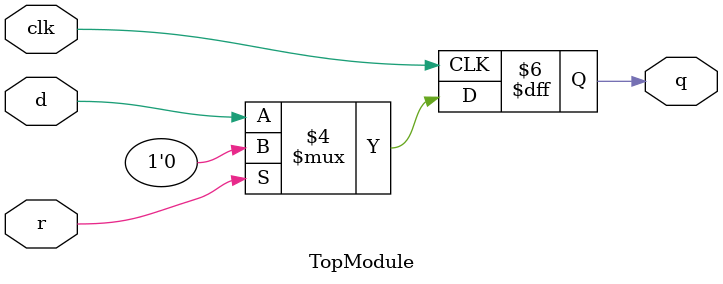
<source format=v>
module TopModule(
    input clk,
    input d,
    input r,
    output reg q
);
    // Initialize output for clean simulation
    initial begin : blk_1
        q = 1'b0;
    end
    
    // D flip-flop with synchronous active-high reset
    always @(posedge clk) begin : blk_2
        if (r)
            q <= 1'b0;  // Reset has priority
        else
            q <= d;     // Capture input data
    end

endmodule

</source>
